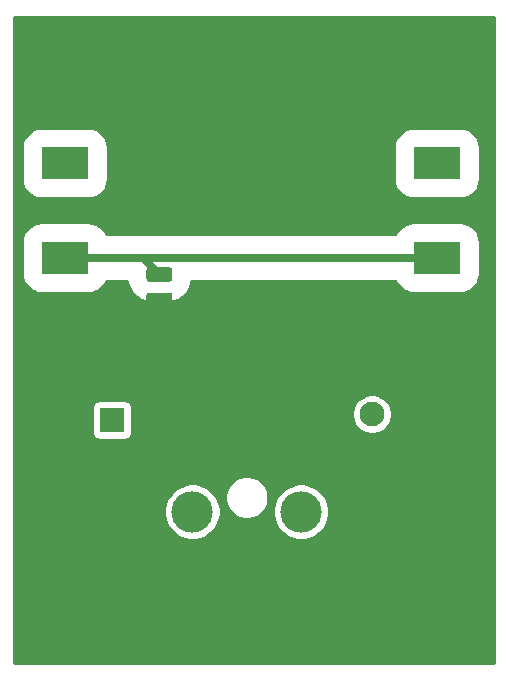
<source format=gbr>
%TF.GenerationSoftware,KiCad,Pcbnew,5.1.6-c6e7f7d~87~ubuntu20.04.1*%
%TF.CreationDate,2020-09-01T11:45:50+02:00*%
%TF.ProjectId,bias-t-injector-smd,62696173-2d74-42d6-996e-6a6563746f72,rev?*%
%TF.SameCoordinates,Original*%
%TF.FileFunction,Copper,L2,Bot*%
%TF.FilePolarity,Positive*%
%FSLAX46Y46*%
G04 Gerber Fmt 4.6, Leading zero omitted, Abs format (unit mm)*
G04 Created by KiCad (PCBNEW 5.1.6-c6e7f7d~87~ubuntu20.04.1) date 2020-09-01 11:45:50*
%MOMM*%
%LPD*%
G01*
G04 APERTURE LIST*
%TA.AperFunction,ComponentPad*%
%ADD10R,4.000000X2.700000*%
%TD*%
%TA.AperFunction,ComponentPad*%
%ADD11C,2.100000*%
%TD*%
%TA.AperFunction,ComponentPad*%
%ADD12R,2.100000X2.100000*%
%TD*%
%TA.AperFunction,ComponentPad*%
%ADD13C,7.500000*%
%TD*%
%TA.AperFunction,ComponentPad*%
%ADD14C,3.500000*%
%TD*%
%TA.AperFunction,Conductor*%
%ADD15C,0.700000*%
%TD*%
%TA.AperFunction,Conductor*%
%ADD16C,0.254000*%
%TD*%
G04 APERTURE END LIST*
D10*
%TO.P,J1,2*%
%TO.N,/RF-GND*%
X42000000Y-40000000D03*
%TO.P,J1,1*%
%TO.N,/RF*%
X42000000Y-32000000D03*
%TD*%
D11*
%TO.P,J2,2*%
%TO.N,/DC-GND*%
X46000000Y-51210000D03*
D12*
%TO.P,J2,1*%
%TO.N,Net-(D1-Pad1)*%
X46000000Y-53750000D03*
%TD*%
D10*
%TO.P,J3,2*%
%TO.N,/RF-GND*%
X73500000Y-40000000D03*
%TO.P,J3,1*%
%TO.N,/RF+DC*%
X73500000Y-32000000D03*
%TD*%
D11*
%TO.P,LA1,2*%
%TO.N,/DC+*%
X68000000Y-53250000D03*
D12*
%TO.P,LA1,1*%
%TO.N,/DC-GND*%
X68000000Y-50710000D03*
%TD*%
D13*
%TO.P,H1,1*%
%TO.N,/DC-GND*%
X44500000Y-23500000D03*
%TD*%
%TO.P,H2,1*%
%TO.N,/DC-GND*%
X71000000Y-70500000D03*
%TD*%
%TO.P,H3,1*%
%TO.N,/DC-GND*%
X44500000Y-70500000D03*
%TD*%
%TO.P,H4,1*%
%TO.N,/DC-GND*%
X71000000Y-23500000D03*
%TD*%
D14*
%TO.P,F1,1*%
%TO.N,/DC+*%
X62000000Y-61500000D03*
%TO.P,F1,2*%
%TO.N,Net-(D1-Pad1)*%
X52800000Y-61500000D03*
%TD*%
%TO.P,L1,1*%
%TO.N,/RF-GND*%
%TA.AperFunction,SMDPad,CuDef*%
G36*
G01*
X49150000Y-40800000D02*
X50850000Y-40800000D01*
G75*
G02*
X51100000Y-41050000I0J-250000D01*
G01*
X51100000Y-41800000D01*
G75*
G02*
X50850000Y-42050000I-250000J0D01*
G01*
X49150000Y-42050000D01*
G75*
G02*
X48900000Y-41800000I0J250000D01*
G01*
X48900000Y-41050000D01*
G75*
G02*
X49150000Y-40800000I250000J0D01*
G01*
G37*
%TD.AperFunction*%
%TO.P,L1,2*%
%TO.N,/DC-GND*%
%TA.AperFunction,SMDPad,CuDef*%
G36*
G01*
X49150000Y-42950000D02*
X50850000Y-42950000D01*
G75*
G02*
X51100000Y-43200000I0J-250000D01*
G01*
X51100000Y-43950000D01*
G75*
G02*
X50850000Y-44200000I-250000J0D01*
G01*
X49150000Y-44200000D01*
G75*
G02*
X48900000Y-43950000I0J250000D01*
G01*
X48900000Y-43200000D01*
G75*
G02*
X49150000Y-42950000I250000J0D01*
G01*
G37*
%TD.AperFunction*%
%TD*%
D15*
%TO.N,/RF-GND*%
X73500000Y-40000000D02*
X48500000Y-40000000D01*
X48500000Y-40000000D02*
X42000000Y-40000000D01*
X49674990Y-41099990D02*
X50000000Y-41099990D01*
X48575000Y-40000000D02*
X49674990Y-41099990D01*
X48500000Y-40000000D02*
X48575000Y-40000000D01*
%TO.N,/DC-GND*%
X68000000Y-50710000D02*
X46500000Y-50710000D01*
X46500000Y-50710000D02*
X46000000Y-51210000D01*
X48000000Y-45000000D02*
X49000000Y-44000000D01*
X49674990Y-43900010D02*
X50000000Y-43900010D01*
X49575000Y-44000000D02*
X49674990Y-43900010D01*
X49000000Y-44000000D02*
X49575000Y-44000000D01*
%TD*%
D16*
%TO.N,/DC-GND*%
G36*
X78340001Y-74340000D02*
G01*
X37660000Y-74340000D01*
X37660000Y-61265098D01*
X50415000Y-61265098D01*
X50415000Y-61734902D01*
X50506654Y-62195679D01*
X50686440Y-62629721D01*
X50947450Y-63020349D01*
X51279651Y-63352550D01*
X51670279Y-63613560D01*
X52104321Y-63793346D01*
X52565098Y-63885000D01*
X53034902Y-63885000D01*
X53495679Y-63793346D01*
X53929721Y-63613560D01*
X54320349Y-63352550D01*
X54652550Y-63020349D01*
X54913560Y-62629721D01*
X55093346Y-62195679D01*
X55185000Y-61734902D01*
X55185000Y-61265098D01*
X55093346Y-60804321D01*
X54913560Y-60370279D01*
X54745840Y-60119268D01*
X55565000Y-60119268D01*
X55565000Y-60480732D01*
X55635518Y-60835250D01*
X55773844Y-61169199D01*
X55974662Y-61469744D01*
X56230256Y-61725338D01*
X56530801Y-61926156D01*
X56864750Y-62064482D01*
X57219268Y-62135000D01*
X57580732Y-62135000D01*
X57935250Y-62064482D01*
X58269199Y-61926156D01*
X58569744Y-61725338D01*
X58825338Y-61469744D01*
X58962078Y-61265098D01*
X59615000Y-61265098D01*
X59615000Y-61734902D01*
X59706654Y-62195679D01*
X59886440Y-62629721D01*
X60147450Y-63020349D01*
X60479651Y-63352550D01*
X60870279Y-63613560D01*
X61304321Y-63793346D01*
X61765098Y-63885000D01*
X62234902Y-63885000D01*
X62695679Y-63793346D01*
X63129721Y-63613560D01*
X63520349Y-63352550D01*
X63852550Y-63020349D01*
X64113560Y-62629721D01*
X64293346Y-62195679D01*
X64385000Y-61734902D01*
X64385000Y-61265098D01*
X64293346Y-60804321D01*
X64113560Y-60370279D01*
X63852550Y-59979651D01*
X63520349Y-59647450D01*
X63129721Y-59386440D01*
X62695679Y-59206654D01*
X62234902Y-59115000D01*
X61765098Y-59115000D01*
X61304321Y-59206654D01*
X60870279Y-59386440D01*
X60479651Y-59647450D01*
X60147450Y-59979651D01*
X59886440Y-60370279D01*
X59706654Y-60804321D01*
X59615000Y-61265098D01*
X58962078Y-61265098D01*
X59026156Y-61169199D01*
X59164482Y-60835250D01*
X59235000Y-60480732D01*
X59235000Y-60119268D01*
X59164482Y-59764750D01*
X59026156Y-59430801D01*
X58825338Y-59130256D01*
X58569744Y-58874662D01*
X58269199Y-58673844D01*
X57935250Y-58535518D01*
X57580732Y-58465000D01*
X57219268Y-58465000D01*
X56864750Y-58535518D01*
X56530801Y-58673844D01*
X56230256Y-58874662D01*
X55974662Y-59130256D01*
X55773844Y-59430801D01*
X55635518Y-59764750D01*
X55565000Y-60119268D01*
X54745840Y-60119268D01*
X54652550Y-59979651D01*
X54320349Y-59647450D01*
X53929721Y-59386440D01*
X53495679Y-59206654D01*
X53034902Y-59115000D01*
X52565098Y-59115000D01*
X52104321Y-59206654D01*
X51670279Y-59386440D01*
X51279651Y-59647450D01*
X50947450Y-59979651D01*
X50686440Y-60370279D01*
X50506654Y-60804321D01*
X50415000Y-61265098D01*
X37660000Y-61265098D01*
X37660000Y-52700000D01*
X44311928Y-52700000D01*
X44311928Y-54800000D01*
X44324188Y-54924482D01*
X44360498Y-55044180D01*
X44419463Y-55154494D01*
X44498815Y-55251185D01*
X44595506Y-55330537D01*
X44705820Y-55389502D01*
X44825518Y-55425812D01*
X44950000Y-55438072D01*
X47050000Y-55438072D01*
X47174482Y-55425812D01*
X47294180Y-55389502D01*
X47404494Y-55330537D01*
X47501185Y-55251185D01*
X47580537Y-55154494D01*
X47639502Y-55044180D01*
X47675812Y-54924482D01*
X47688072Y-54800000D01*
X47688072Y-53084042D01*
X66315000Y-53084042D01*
X66315000Y-53415958D01*
X66379754Y-53741496D01*
X66506772Y-54048147D01*
X66691175Y-54324125D01*
X66925875Y-54558825D01*
X67201853Y-54743228D01*
X67508504Y-54870246D01*
X67834042Y-54935000D01*
X68165958Y-54935000D01*
X68491496Y-54870246D01*
X68798147Y-54743228D01*
X69074125Y-54558825D01*
X69308825Y-54324125D01*
X69493228Y-54048147D01*
X69620246Y-53741496D01*
X69685000Y-53415958D01*
X69685000Y-53084042D01*
X69620246Y-52758504D01*
X69493228Y-52451853D01*
X69308825Y-52175875D01*
X69074125Y-51941175D01*
X68798147Y-51756772D01*
X68491496Y-51629754D01*
X68165958Y-51565000D01*
X67834042Y-51565000D01*
X67508504Y-51629754D01*
X67201853Y-51756772D01*
X66925875Y-51941175D01*
X66691175Y-52175875D01*
X66506772Y-52451853D01*
X66379754Y-52758504D01*
X66315000Y-53084042D01*
X47688072Y-53084042D01*
X47688072Y-52700000D01*
X47675812Y-52575518D01*
X47639502Y-52455820D01*
X47580537Y-52345506D01*
X47501185Y-52248815D01*
X47404494Y-52169463D01*
X47294180Y-52110498D01*
X47174482Y-52074188D01*
X47050000Y-52061928D01*
X44950000Y-52061928D01*
X44825518Y-52074188D01*
X44705820Y-52110498D01*
X44595506Y-52169463D01*
X44498815Y-52248815D01*
X44419463Y-52345506D01*
X44360498Y-52455820D01*
X44324188Y-52575518D01*
X44311928Y-52700000D01*
X37660000Y-52700000D01*
X37660000Y-38650000D01*
X38365128Y-38650000D01*
X38365128Y-41350000D01*
X38396542Y-41668948D01*
X38489575Y-41975638D01*
X38640654Y-42258286D01*
X38843971Y-42506029D01*
X39091714Y-42709346D01*
X39374362Y-42860425D01*
X39681052Y-42953458D01*
X40000000Y-42984872D01*
X44000000Y-42984872D01*
X44318948Y-42953458D01*
X44625638Y-42860425D01*
X44908286Y-42709346D01*
X45156029Y-42506029D01*
X45359346Y-42258286D01*
X45509697Y-41977000D01*
X47282561Y-41977000D01*
X47301345Y-42167720D01*
X47408605Y-42521309D01*
X47582786Y-42847179D01*
X47817194Y-43132806D01*
X48102821Y-43367214D01*
X48428691Y-43541395D01*
X48782280Y-43648655D01*
X49150000Y-43684872D01*
X50850000Y-43684872D01*
X51217720Y-43648655D01*
X51571309Y-43541395D01*
X51897179Y-43367214D01*
X52182806Y-43132806D01*
X52417214Y-42847179D01*
X52591395Y-42521309D01*
X52698655Y-42167720D01*
X52717439Y-41977000D01*
X69990303Y-41977000D01*
X70140654Y-42258286D01*
X70343971Y-42506029D01*
X70591714Y-42709346D01*
X70874362Y-42860425D01*
X71181052Y-42953458D01*
X71500000Y-42984872D01*
X75500000Y-42984872D01*
X75818948Y-42953458D01*
X76125638Y-42860425D01*
X76408286Y-42709346D01*
X76656029Y-42506029D01*
X76859346Y-42258286D01*
X77010425Y-41975638D01*
X77103458Y-41668948D01*
X77134872Y-41350000D01*
X77134872Y-38650000D01*
X77103458Y-38331052D01*
X77010425Y-38024362D01*
X76859346Y-37741714D01*
X76656029Y-37493971D01*
X76408286Y-37290654D01*
X76125638Y-37139575D01*
X75818948Y-37046542D01*
X75500000Y-37015128D01*
X71500000Y-37015128D01*
X71181052Y-37046542D01*
X70874362Y-37139575D01*
X70591714Y-37290654D01*
X70343971Y-37493971D01*
X70140654Y-37741714D01*
X69990303Y-38023000D01*
X48672113Y-38023000D01*
X48575000Y-38013435D01*
X48477887Y-38023000D01*
X45509697Y-38023000D01*
X45359346Y-37741714D01*
X45156029Y-37493971D01*
X44908286Y-37290654D01*
X44625638Y-37139575D01*
X44318948Y-37046542D01*
X44000000Y-37015128D01*
X40000000Y-37015128D01*
X39681052Y-37046542D01*
X39374362Y-37139575D01*
X39091714Y-37290654D01*
X38843971Y-37493971D01*
X38640654Y-37741714D01*
X38489575Y-38024362D01*
X38396542Y-38331052D01*
X38365128Y-38650000D01*
X37660000Y-38650000D01*
X37660000Y-30650000D01*
X38365128Y-30650000D01*
X38365128Y-33350000D01*
X38396542Y-33668948D01*
X38489575Y-33975638D01*
X38640654Y-34258286D01*
X38843971Y-34506029D01*
X39091714Y-34709346D01*
X39374362Y-34860425D01*
X39681052Y-34953458D01*
X40000000Y-34984872D01*
X44000000Y-34984872D01*
X44318948Y-34953458D01*
X44625638Y-34860425D01*
X44908286Y-34709346D01*
X45156029Y-34506029D01*
X45359346Y-34258286D01*
X45510425Y-33975638D01*
X45603458Y-33668948D01*
X45634872Y-33350000D01*
X45634872Y-30650000D01*
X69865128Y-30650000D01*
X69865128Y-33350000D01*
X69896542Y-33668948D01*
X69989575Y-33975638D01*
X70140654Y-34258286D01*
X70343971Y-34506029D01*
X70591714Y-34709346D01*
X70874362Y-34860425D01*
X71181052Y-34953458D01*
X71500000Y-34984872D01*
X75500000Y-34984872D01*
X75818948Y-34953458D01*
X76125638Y-34860425D01*
X76408286Y-34709346D01*
X76656029Y-34506029D01*
X76859346Y-34258286D01*
X77010425Y-33975638D01*
X77103458Y-33668948D01*
X77134872Y-33350000D01*
X77134872Y-30650000D01*
X77103458Y-30331052D01*
X77010425Y-30024362D01*
X76859346Y-29741714D01*
X76656029Y-29493971D01*
X76408286Y-29290654D01*
X76125638Y-29139575D01*
X75818948Y-29046542D01*
X75500000Y-29015128D01*
X71500000Y-29015128D01*
X71181052Y-29046542D01*
X70874362Y-29139575D01*
X70591714Y-29290654D01*
X70343971Y-29493971D01*
X70140654Y-29741714D01*
X69989575Y-30024362D01*
X69896542Y-30331052D01*
X69865128Y-30650000D01*
X45634872Y-30650000D01*
X45603458Y-30331052D01*
X45510425Y-30024362D01*
X45359346Y-29741714D01*
X45156029Y-29493971D01*
X44908286Y-29290654D01*
X44625638Y-29139575D01*
X44318948Y-29046542D01*
X44000000Y-29015128D01*
X40000000Y-29015128D01*
X39681052Y-29046542D01*
X39374362Y-29139575D01*
X39091714Y-29290654D01*
X38843971Y-29493971D01*
X38640654Y-29741714D01*
X38489575Y-30024362D01*
X38396542Y-30331052D01*
X38365128Y-30650000D01*
X37660000Y-30650000D01*
X37660000Y-19660000D01*
X78340000Y-19660000D01*
X78340001Y-74340000D01*
G37*
X78340001Y-74340000D02*
X37660000Y-74340000D01*
X37660000Y-61265098D01*
X50415000Y-61265098D01*
X50415000Y-61734902D01*
X50506654Y-62195679D01*
X50686440Y-62629721D01*
X50947450Y-63020349D01*
X51279651Y-63352550D01*
X51670279Y-63613560D01*
X52104321Y-63793346D01*
X52565098Y-63885000D01*
X53034902Y-63885000D01*
X53495679Y-63793346D01*
X53929721Y-63613560D01*
X54320349Y-63352550D01*
X54652550Y-63020349D01*
X54913560Y-62629721D01*
X55093346Y-62195679D01*
X55185000Y-61734902D01*
X55185000Y-61265098D01*
X55093346Y-60804321D01*
X54913560Y-60370279D01*
X54745840Y-60119268D01*
X55565000Y-60119268D01*
X55565000Y-60480732D01*
X55635518Y-60835250D01*
X55773844Y-61169199D01*
X55974662Y-61469744D01*
X56230256Y-61725338D01*
X56530801Y-61926156D01*
X56864750Y-62064482D01*
X57219268Y-62135000D01*
X57580732Y-62135000D01*
X57935250Y-62064482D01*
X58269199Y-61926156D01*
X58569744Y-61725338D01*
X58825338Y-61469744D01*
X58962078Y-61265098D01*
X59615000Y-61265098D01*
X59615000Y-61734902D01*
X59706654Y-62195679D01*
X59886440Y-62629721D01*
X60147450Y-63020349D01*
X60479651Y-63352550D01*
X60870279Y-63613560D01*
X61304321Y-63793346D01*
X61765098Y-63885000D01*
X62234902Y-63885000D01*
X62695679Y-63793346D01*
X63129721Y-63613560D01*
X63520349Y-63352550D01*
X63852550Y-63020349D01*
X64113560Y-62629721D01*
X64293346Y-62195679D01*
X64385000Y-61734902D01*
X64385000Y-61265098D01*
X64293346Y-60804321D01*
X64113560Y-60370279D01*
X63852550Y-59979651D01*
X63520349Y-59647450D01*
X63129721Y-59386440D01*
X62695679Y-59206654D01*
X62234902Y-59115000D01*
X61765098Y-59115000D01*
X61304321Y-59206654D01*
X60870279Y-59386440D01*
X60479651Y-59647450D01*
X60147450Y-59979651D01*
X59886440Y-60370279D01*
X59706654Y-60804321D01*
X59615000Y-61265098D01*
X58962078Y-61265098D01*
X59026156Y-61169199D01*
X59164482Y-60835250D01*
X59235000Y-60480732D01*
X59235000Y-60119268D01*
X59164482Y-59764750D01*
X59026156Y-59430801D01*
X58825338Y-59130256D01*
X58569744Y-58874662D01*
X58269199Y-58673844D01*
X57935250Y-58535518D01*
X57580732Y-58465000D01*
X57219268Y-58465000D01*
X56864750Y-58535518D01*
X56530801Y-58673844D01*
X56230256Y-58874662D01*
X55974662Y-59130256D01*
X55773844Y-59430801D01*
X55635518Y-59764750D01*
X55565000Y-60119268D01*
X54745840Y-60119268D01*
X54652550Y-59979651D01*
X54320349Y-59647450D01*
X53929721Y-59386440D01*
X53495679Y-59206654D01*
X53034902Y-59115000D01*
X52565098Y-59115000D01*
X52104321Y-59206654D01*
X51670279Y-59386440D01*
X51279651Y-59647450D01*
X50947450Y-59979651D01*
X50686440Y-60370279D01*
X50506654Y-60804321D01*
X50415000Y-61265098D01*
X37660000Y-61265098D01*
X37660000Y-52700000D01*
X44311928Y-52700000D01*
X44311928Y-54800000D01*
X44324188Y-54924482D01*
X44360498Y-55044180D01*
X44419463Y-55154494D01*
X44498815Y-55251185D01*
X44595506Y-55330537D01*
X44705820Y-55389502D01*
X44825518Y-55425812D01*
X44950000Y-55438072D01*
X47050000Y-55438072D01*
X47174482Y-55425812D01*
X47294180Y-55389502D01*
X47404494Y-55330537D01*
X47501185Y-55251185D01*
X47580537Y-55154494D01*
X47639502Y-55044180D01*
X47675812Y-54924482D01*
X47688072Y-54800000D01*
X47688072Y-53084042D01*
X66315000Y-53084042D01*
X66315000Y-53415958D01*
X66379754Y-53741496D01*
X66506772Y-54048147D01*
X66691175Y-54324125D01*
X66925875Y-54558825D01*
X67201853Y-54743228D01*
X67508504Y-54870246D01*
X67834042Y-54935000D01*
X68165958Y-54935000D01*
X68491496Y-54870246D01*
X68798147Y-54743228D01*
X69074125Y-54558825D01*
X69308825Y-54324125D01*
X69493228Y-54048147D01*
X69620246Y-53741496D01*
X69685000Y-53415958D01*
X69685000Y-53084042D01*
X69620246Y-52758504D01*
X69493228Y-52451853D01*
X69308825Y-52175875D01*
X69074125Y-51941175D01*
X68798147Y-51756772D01*
X68491496Y-51629754D01*
X68165958Y-51565000D01*
X67834042Y-51565000D01*
X67508504Y-51629754D01*
X67201853Y-51756772D01*
X66925875Y-51941175D01*
X66691175Y-52175875D01*
X66506772Y-52451853D01*
X66379754Y-52758504D01*
X66315000Y-53084042D01*
X47688072Y-53084042D01*
X47688072Y-52700000D01*
X47675812Y-52575518D01*
X47639502Y-52455820D01*
X47580537Y-52345506D01*
X47501185Y-52248815D01*
X47404494Y-52169463D01*
X47294180Y-52110498D01*
X47174482Y-52074188D01*
X47050000Y-52061928D01*
X44950000Y-52061928D01*
X44825518Y-52074188D01*
X44705820Y-52110498D01*
X44595506Y-52169463D01*
X44498815Y-52248815D01*
X44419463Y-52345506D01*
X44360498Y-52455820D01*
X44324188Y-52575518D01*
X44311928Y-52700000D01*
X37660000Y-52700000D01*
X37660000Y-38650000D01*
X38365128Y-38650000D01*
X38365128Y-41350000D01*
X38396542Y-41668948D01*
X38489575Y-41975638D01*
X38640654Y-42258286D01*
X38843971Y-42506029D01*
X39091714Y-42709346D01*
X39374362Y-42860425D01*
X39681052Y-42953458D01*
X40000000Y-42984872D01*
X44000000Y-42984872D01*
X44318948Y-42953458D01*
X44625638Y-42860425D01*
X44908286Y-42709346D01*
X45156029Y-42506029D01*
X45359346Y-42258286D01*
X45509697Y-41977000D01*
X47282561Y-41977000D01*
X47301345Y-42167720D01*
X47408605Y-42521309D01*
X47582786Y-42847179D01*
X47817194Y-43132806D01*
X48102821Y-43367214D01*
X48428691Y-43541395D01*
X48782280Y-43648655D01*
X49150000Y-43684872D01*
X50850000Y-43684872D01*
X51217720Y-43648655D01*
X51571309Y-43541395D01*
X51897179Y-43367214D01*
X52182806Y-43132806D01*
X52417214Y-42847179D01*
X52591395Y-42521309D01*
X52698655Y-42167720D01*
X52717439Y-41977000D01*
X69990303Y-41977000D01*
X70140654Y-42258286D01*
X70343971Y-42506029D01*
X70591714Y-42709346D01*
X70874362Y-42860425D01*
X71181052Y-42953458D01*
X71500000Y-42984872D01*
X75500000Y-42984872D01*
X75818948Y-42953458D01*
X76125638Y-42860425D01*
X76408286Y-42709346D01*
X76656029Y-42506029D01*
X76859346Y-42258286D01*
X77010425Y-41975638D01*
X77103458Y-41668948D01*
X77134872Y-41350000D01*
X77134872Y-38650000D01*
X77103458Y-38331052D01*
X77010425Y-38024362D01*
X76859346Y-37741714D01*
X76656029Y-37493971D01*
X76408286Y-37290654D01*
X76125638Y-37139575D01*
X75818948Y-37046542D01*
X75500000Y-37015128D01*
X71500000Y-37015128D01*
X71181052Y-37046542D01*
X70874362Y-37139575D01*
X70591714Y-37290654D01*
X70343971Y-37493971D01*
X70140654Y-37741714D01*
X69990303Y-38023000D01*
X48672113Y-38023000D01*
X48575000Y-38013435D01*
X48477887Y-38023000D01*
X45509697Y-38023000D01*
X45359346Y-37741714D01*
X45156029Y-37493971D01*
X44908286Y-37290654D01*
X44625638Y-37139575D01*
X44318948Y-37046542D01*
X44000000Y-37015128D01*
X40000000Y-37015128D01*
X39681052Y-37046542D01*
X39374362Y-37139575D01*
X39091714Y-37290654D01*
X38843971Y-37493971D01*
X38640654Y-37741714D01*
X38489575Y-38024362D01*
X38396542Y-38331052D01*
X38365128Y-38650000D01*
X37660000Y-38650000D01*
X37660000Y-30650000D01*
X38365128Y-30650000D01*
X38365128Y-33350000D01*
X38396542Y-33668948D01*
X38489575Y-33975638D01*
X38640654Y-34258286D01*
X38843971Y-34506029D01*
X39091714Y-34709346D01*
X39374362Y-34860425D01*
X39681052Y-34953458D01*
X40000000Y-34984872D01*
X44000000Y-34984872D01*
X44318948Y-34953458D01*
X44625638Y-34860425D01*
X44908286Y-34709346D01*
X45156029Y-34506029D01*
X45359346Y-34258286D01*
X45510425Y-33975638D01*
X45603458Y-33668948D01*
X45634872Y-33350000D01*
X45634872Y-30650000D01*
X69865128Y-30650000D01*
X69865128Y-33350000D01*
X69896542Y-33668948D01*
X69989575Y-33975638D01*
X70140654Y-34258286D01*
X70343971Y-34506029D01*
X70591714Y-34709346D01*
X70874362Y-34860425D01*
X71181052Y-34953458D01*
X71500000Y-34984872D01*
X75500000Y-34984872D01*
X75818948Y-34953458D01*
X76125638Y-34860425D01*
X76408286Y-34709346D01*
X76656029Y-34506029D01*
X76859346Y-34258286D01*
X77010425Y-33975638D01*
X77103458Y-33668948D01*
X77134872Y-33350000D01*
X77134872Y-30650000D01*
X77103458Y-30331052D01*
X77010425Y-30024362D01*
X76859346Y-29741714D01*
X76656029Y-29493971D01*
X76408286Y-29290654D01*
X76125638Y-29139575D01*
X75818948Y-29046542D01*
X75500000Y-29015128D01*
X71500000Y-29015128D01*
X71181052Y-29046542D01*
X70874362Y-29139575D01*
X70591714Y-29290654D01*
X70343971Y-29493971D01*
X70140654Y-29741714D01*
X69989575Y-30024362D01*
X69896542Y-30331052D01*
X69865128Y-30650000D01*
X45634872Y-30650000D01*
X45603458Y-30331052D01*
X45510425Y-30024362D01*
X45359346Y-29741714D01*
X45156029Y-29493971D01*
X44908286Y-29290654D01*
X44625638Y-29139575D01*
X44318948Y-29046542D01*
X44000000Y-29015128D01*
X40000000Y-29015128D01*
X39681052Y-29046542D01*
X39374362Y-29139575D01*
X39091714Y-29290654D01*
X38843971Y-29493971D01*
X38640654Y-29741714D01*
X38489575Y-30024362D01*
X38396542Y-30331052D01*
X38365128Y-30650000D01*
X37660000Y-30650000D01*
X37660000Y-19660000D01*
X78340000Y-19660000D01*
X78340001Y-74340000D01*
%TD*%
M02*

</source>
